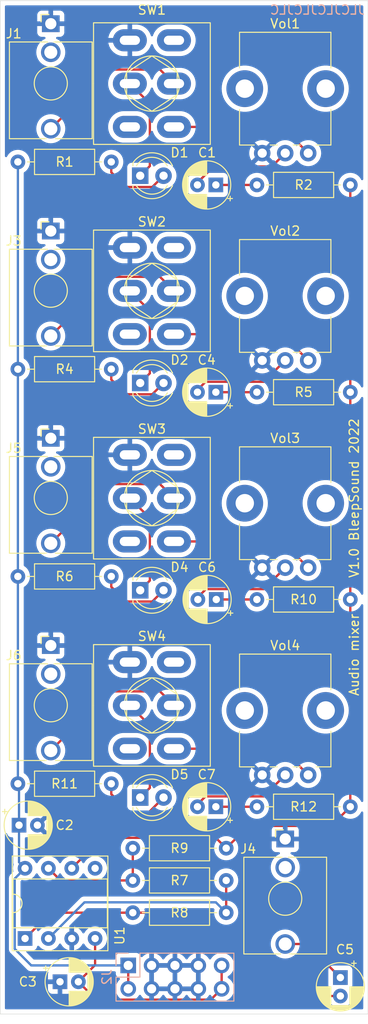
<source format=kicad_pcb>
(kicad_pcb (version 20211014) (generator pcbnew)
  (layers (0 "F.Cu" signal) (31 "B.Cu" signal) (34 "B.Paste" user) (35 "F.Paste" user) (36 "B.SilkS" user "B.Silkscreen") (37 "F.SilkS" user "F.Silkscreen") (38 "B.Mask" user) (39 "F.Mask" user) (44 "Edge.Cuts" user))
  (net 0 "")
  (net 1 "GND")
  (net 2 "+12V")
  (net 3 "-12V")
  (net 4 "Net-(C1-Pad1)")
  (net 5 "Net-(C1-Pad2)")
  (net 6 "Net-(C4-Pad2)")
  (net 7 "Net-(C4-Pad1)")
  (net 8 "Net-(C5-Pad1)")
  (net 9 "Net-(C5-Pad2)")
  (net 10 "Net-(C6-Pad1)")
  (net 11 "Net-(D5-Pad2)")
  (net 13 "Net-(C6-Pad2)")
  (net 14 "Net-(C7-Pad1)")
  (net 15 "Net-(C7-Pad2)")
  (net 16 "Net-(D1-Pad1)")
  (net 17 "Net-(D1-Pad2)")
  (net 18 "Net-(D2-Pad1)")
  (net 19 "Net-(D2-Pad2)")
  (net 20 "Net-(D4-Pad1)")
  (net 21 "Net-(D5-Pad1)")
  (net 22 "Net-(J1-PadT)")
  (net 23 "Net-(J3-PadT)")
  (net 24 "Net-(J5-PadT)")
  (net 26 "Net-(J6-PadT)")
  (net 29 "Net-(R10-Pad1)")
  (net 30 "Net-(R7-Pad1)")
  (net 31 "Net-(R7-Pad2)")
  (net 32 "Net-(D4-Pad2)")
  (net 35 "Net-(SW1-Pad6)")
  (net 39 "Net-(SW2-Pad6)")
  (net 42 "Net-(SW3-Pad6)")
  (net 45 "Net-(SW4-Pad6)")
  (net 46 "/Vgnd")
  (footprint "Synth:Pot-bourns-alpha" (layer "F.Cu") (at 63.5 92.55 90)
    (fp_text reference "Vol3" (at 14.05 -2.5 180) (layer "F.SilkS"))
    (fp_text value "10k")
    (pad "" np_thru_hole circle (at 7 1.9 90) (size 4 4) (drill 2) (layers *.Cu *.Mask))
    (pad "" np_thru_hole circle (at 7 -6.9 90) (size 4 4) (drill 2) (layers *.Cu *.Mask))
    (pad "1" thru_hole circle (at 0 0 90) (size 1.8 1.8) (drill 1) (layers *.Cu *.Mask) (net 42 "Net-(SW3-Pad6)"))
    (pad "2" thru_hole circle (at 0 -2.5 90) (size 1.8 1.8) (drill 1) (layers *.Cu *.Mask) (net 13 "Net-(C6-Pad2)"))
    (pad "3" thru_hole circle (at 0 -5 90) (size 1.8 1.8) (drill 1) (layers *.Cu *.Mask) (net 1 "GND"))
  )
  (footprint "Synth:Pot-bourns-alpha" (layer "F.Cu") (at 63.5 115.05 90)
    (fp_text reference "Vol4" (at 14.05 -2.5 180) (layer "F.SilkS"))
    (fp_text value "10k")
    (pad "" np_thru_hole circle (at 7 1.9 90) (size 4 4) (drill 2) (layers *.Cu *.Mask))
    (pad "" np_thru_hole circle (at 7 -6.9 90) (size 4 4) (drill 2) (layers *.Cu *.Mask))
    (pad "1" thru_hole circle (at 0 0 90) (size 1.8 1.8) (drill 1) (layers *.Cu *.Mask) (net 45 "Net-(SW4-Pad6)"))
    (pad "2" thru_hole circle (at 0 -2.5 90) (size 1.8 1.8) (drill 1) (layers *.Cu *.Mask) (net 15 "Net-(C7-Pad2)"))
    (pad "3" thru_hole circle (at 0 -5 90) (size 1.8 1.8) (drill 1) (layers *.Cu *.Mask) (net 1 "GND"))
  )
  (footprint "Capacitor_THT:CP_Radial_D5.0mm_P2.00mm" (layer "F.Cu") (at 32.044888 120.5)
    (fp_text reference "C2" (at 4.955112 0) (layer "F.SilkS"))
    (fp_text value "10µ")
    (pad "1" thru_hole rect locked (at 0 0) (size 1.6 1.6) (drill 0.8) (layers *.Cu *.Mask) (net 2 "+12V"))
    (pad "2" thru_hole circle locked (at 2 0) (size 1.6 1.6) (drill 0.8) (layers *.Cu *.Mask) (net 1 "GND"))
  )
  (footprint "Synth:SW_DPDT_Toggle" (layer "F.Cu") (at 46.5 107.5 90)
    (fp_text reference "SW4" (at 7.5 0 180) (layer "F.SilkS"))
    (fp_text value "Mute")
    (pad "1" thru_hole oval (at 4.7 -2.4 180) (size 3.7 2.4) (drill oval 2.2 1) (layers *.Cu *.Mask) (net 1 "GND"))
    (pad "2" thru_hole oval (at 0 -2.4 180) (size 3.7 2.4) (drill oval 2.2 1) (layers *.Cu *.Mask) (net 21 "Net-(D5-Pad1)"))
    (pad "3" thru_hole oval (at -4.7 -2.4 180) (size 3.7 2.4) (drill oval 2.2 1) (layers *.Cu *.Mask))
    (pad "4" thru_hole oval (at 4.7 2.4 180) (size 3.7 2.4) (drill oval 2.2 1) (layers *.Cu *.Mask))
    (pad "5" thru_hole oval (at 0 2.4 180) (size 3.7 2.4) (drill oval 2.2 1) (layers *.Cu *.Mask) (net 26 "Net-(J6-PadT)"))
    (pad "6" thru_hole oval (at -4.7 2.4 180) (size 3.7 2.4) (drill oval 2.2 1) (layers *.Cu *.Mask) (net 45 "Net-(SW4-Pad6)"))
  )
  (footprint "Resistor_THT:R_Axial_DIN0207_L6.3mm_D2.5mm_P10.16mm_Horizontal" (layer "F.Cu") (at 44.42 123)
    (fp_text reference "R9" (at 5.08 0) (layer "F.SilkS"))
    (fp_text value "100k")
    (pad "1" thru_hole circle locked (at 0 0) (size 1.6 1.6) (drill 0.8) (layers *.Cu *.Mask) (net 31 "Net-(R7-Pad2)"))
    (pad "2" thru_hole oval locked (at 10.16 0) (size 1.6 1.6) (drill 0.8) (layers *.Cu *.Mask) (net 29 "Net-(R10-Pad1)"))
  )
  (footprint "LED_THT:LED_D4.0mm" (layer "F.Cu") (at 45.225 72.5)
    (fp_text reference "D2" (at 4.275 -2.5) (layer "F.SilkS"))
    (fp_text value "LED-mute")
    (pad "1" thru_hole rect locked (at 0 0) (size 1.8 1.8) (drill 0.9) (layers *.Cu *.Mask) (net 18 "Net-(D2-Pad1)"))
    (pad "2" thru_hole circle locked (at 2.54 0) (size 1.8 1.8) (drill 0.9) (layers *.Cu *.Mask) (net 19 "Net-(D2-Pad2)"))
  )
  (footprint "Resistor_THT:R_Axial_DIN0207_L6.3mm_D2.5mm_P10.16mm_Horizontal" (layer "F.Cu") (at 68.08 118.5 180)
    (fp_text reference "R12" (at 5.08 0) (layer "F.SilkS"))
    (fp_text value "100k")
    (pad "1" thru_hole circle locked (at 0 0 180) (size 1.6 1.6) (drill 0.8) (layers *.Cu *.Mask) (net 29 "Net-(R10-Pad1)"))
    (pad "2" thru_hole oval locked (at 10.16 0 180) (size 1.6 1.6) (drill 0.8) (layers *.Cu *.Mask) (net 14 "Net-(C7-Pad1)"))
  )
  (footprint "Capacitor_THT:CP_Radial_D5.0mm_P2.00mm" (layer "F.Cu") (at 53.5 96 180)
    (fp_text reference "C6" (at 1 3.5) (layer "F.SilkS"))
    (fp_text value ".1µF")
    (pad "1" thru_hole rect locked (at 0 0 180) (size 1.6 1.6) (drill 0.8) (layers *.Cu *.Mask) (net 10 "Net-(C6-Pad1)"))
    (pad "2" thru_hole circle locked (at 2 0 180) (size 1.6 1.6) (drill 0.8) (layers *.Cu *.Mask) (net 13 "Net-(C6-Pad2)"))
  )
  (footprint "Resistor_THT:R_Axial_DIN0207_L6.3mm_D2.5mm_P10.16mm_Horizontal" (layer "F.Cu") (at 68.08 96 180)
    (fp_text reference "R10" (at 5.08 0) (layer "F.SilkS"))
    (fp_text value "100k")
    (pad "1" thru_hole circle locked (at 0 0 180) (size 1.6 1.6) (drill 0.8) (layers *.Cu *.Mask) (net 29 "Net-(R10-Pad1)"))
    (pad "2" thru_hole oval locked (at 10.16 0 180) (size 1.6 1.6) (drill 0.8) (layers *.Cu *.Mask) (net 10 "Net-(C6-Pad1)"))
  )
  (footprint "Synth:Pot-bourns-alpha" (layer "F.Cu") (at 63.5 70.05 90)
    (fp_text reference "Vol2" (at 14.05 -2.5 180) (layer "F.SilkS"))
    (fp_text value "10k")
    (pad "" np_thru_hole circle (at 7 1.9 90) (size 4 4) (drill 2) (layers *.Cu *.Mask))
    (pad "" np_thru_hole circle (at 7 -6.9 90) (size 4 4) (drill 2) (layers *.Cu *.Mask))
    (pad "1" thru_hole circle (at 0 0 90) (size 1.8 1.8) (drill 1) (layers *.Cu *.Mask) (net 39 "Net-(SW2-Pad6)"))
    (pad "2" thru_hole circle (at 0 -2.5 90) (size 1.8 1.8) (drill 1) (layers *.Cu *.Mask) (net 6 "Net-(C4-Pad2)"))
    (pad "3" thru_hole circle (at 0 -5 90) (size 1.8 1.8) (drill 1) (layers *.Cu *.Mask) (net 1 "GND"))
  )
  (footprint "Resistor_THT:R_Axial_DIN0207_L6.3mm_D2.5mm_P10.16mm_Horizontal" (layer "F.Cu") (at 31.92 48.5)
    (fp_text reference "R1" (at 5.08 0) (layer "F.SilkS"))
    (fp_text value "4.7k")
    (pad "1" thru_hole circle locked (at 0 0) (size 1.6 1.6) (drill 0.8) (layers *.Cu *.Mask) (net 2 "+12V"))
    (pad "2" thru_hole oval locked (at 10.16 0) (size 1.6 1.6) (drill 0.8) (layers *.Cu *.Mask) (net 17 "Net-(D1-Pad2)"))
  )
  (footprint "Resistor_THT:R_Axial_DIN0207_L6.3mm_D2.5mm_P10.16mm_Horizontal" (layer "F.Cu") (at 31.92 116)
    (fp_text reference "R11" (at 5.08 0) (layer "F.SilkS"))
    (fp_text value "4.7k")
    (pad "1" thru_hole circle locked (at 0 0) (size 1.6 1.6) (drill 0.8) (layers *.Cu *.Mask) (net 2 "+12V"))
    (pad "2" thru_hole oval locked (at 10.16 0) (size 1.6 1.6) (drill 0.8) (layers *.Cu *.Mask) (net 11 "Net-(D5-Pad2)"))
  )
  (footprint "LED_THT:LED_D4.0mm" (layer "F.Cu") (at 45.225 95)
    (fp_text reference "D4" (at 4.275 -2.5) (layer "F.SilkS"))
    (fp_text value "LED-mute")
    (pad "1" thru_hole rect locked (at 0 0) (size 1.8 1.8) (drill 0.9) (layers *.Cu *.Mask) (net 20 "Net-(D4-Pad1)"))
    (pad "2" thru_hole circle locked (at 2.54 0) (size 1.8 1.8) (drill 0.9) (layers *.Cu *.Mask) (net 32 "Net-(D4-Pad2)"))
  )
  (footprint "Resistor_THT:R_Axial_DIN0207_L6.3mm_D2.5mm_P10.16mm_Horizontal" (layer "F.Cu") (at 31.92 71)
    (fp_text reference "R4" (at 5.08 0) (layer "F.SilkS"))
    (fp_text value "4.7k")
    (pad "1" thru_hole circle locked (at 0 0) (size 1.6 1.6) (drill 0.8) (layers *.Cu *.Mask) (net 2 "+12V"))
    (pad "2" thru_hole oval locked (at 10.16 0) (size 1.6 1.6) (drill 0.8) (layers *.Cu *.Mask) (net 19 "Net-(D2-Pad2)"))
  )
  (footprint "Capacitor_THT:CP_Radial_D5.0mm_P2.00mm" (layer "F.Cu") (at 67 137.044887 -90)
    (fp_text reference "C5" (at -3.044887 -0.5 180) (layer "F.SilkS"))
    (fp_text value "10µF")
    (pad "1" thru_hole rect locked (at 0 0 270) (size 1.6 1.6) (drill 0.8) (layers *.Cu *.Mask) (net 8 "Net-(C5-Pad1)"))
    (pad "2" thru_hole circle locked (at 2 0 270) (size 1.6 1.6) (drill 0.8) (layers *.Cu *.Mask) (net 9 "Net-(C5-Pad2)"))
  )
  (footprint "Synth:Thonkiconn" (layer "F.Cu") (at 35.5 101)
    (fp_text reference "J6" (at -4.03 1.08 180) (layer "F.SilkS"))
    (fp_text value "In")
    (pad "S" thru_hole rect (at 0 0 180) (size 1.93 1.83) (drill 1.22) (layers *.Cu *.Mask) (net 1 "GND"))
    (pad "T" thru_hole circle (at 0 11.4 180) (size 2.13 2.13) (drill 1.43) (layers *.Cu *.Mask) (net 26 "Net-(J6-PadT)"))
    (pad "TN" thru_hole circle (at 0 3.1 180) (size 2.13 2.13) (drill 1.42) (layers *.Cu *.Mask))
  )
  (footprint "Resistor_THT:R_Axial_DIN0207_L6.3mm_D2.5mm_P10.16mm_Horizontal" (layer "F.Cu") (at 44.42 130)
    (fp_text reference "R8" (at 5.08 0) (layer "F.SilkS"))
    (fp_text value "10k")
    (pad "1" thru_hole circle locked (at 0 0) (size 1.6 1.6) (drill 0.8) (layers *.Cu *.Mask) (net 9 "Net-(C5-Pad2)"))
    (pad "2" thru_hole oval locked (at 10.16 0) (size 1.6 1.6) (drill 0.8) (layers *.Cu *.Mask) (net 30 "Net-(R7-Pad1)"))
  )
  (footprint "Synth:SW_DPDT_Toggle" (layer "F.Cu") (at 46.5 40 90)
    (fp_text reference "SW1" (at 8 0 180) (layer "F.SilkS"))
    (fp_text value "Mute")
    (pad "1" thru_hole oval (at 4.7 -2.4 180) (size 3.7 2.4) (drill oval 2.2 1) (layers *.Cu *.Mask) (net 1 "GND"))
    (pad "2" thru_hole oval (at 0 -2.4 180) (size 3.7 2.4) (drill oval 2.2 1) (layers *.Cu *.Mask) (net 16 "Net-(D1-Pad1)"))
    (pad "3" thru_hole oval (at -4.7 -2.4 180) (size 3.7 2.4) (drill oval 2.2 1) (layers *.Cu *.Mask))
    (pad "4" thru_hole oval (at 4.7 2.4 180) (size 3.7 2.4) (drill oval 2.2 1) (layers *.Cu *.Mask))
    (pad "5" thru_hole oval (at 0 2.4 180) (size 3.7 2.4) (drill oval 2.2 1) (layers *.Cu *.Mask) (net 22 "Net-(J1-PadT)"))
    (pad "6" thru_hole oval (at -4.7 2.4 180) (size 3.7 2.4) (drill oval 2.2 1) (layers *.Cu *.Mask) (net 35 "Net-(SW1-Pad6)"))
  )
  (footprint "Synth:Pot-bourns-alpha" (layer "F.Cu") (at 63.5 47.55 90)
    (fp_text reference "Vol1" (at 14.05 -2.5 180) (layer "F.SilkS"))
    (fp_text value "10k")
    (pad "" np_thru_hole circle (at 7 -6.9 90) (size 4 4) (drill 2) (layers *.Cu *.Mask))
    (pad "" np_thru_hole circle (at 7 1.9 90) (size 4 4) (drill 2) (layers *.Cu *.Mask))
    (pad "1" thru_hole circle (at 0 0 90) (size 1.8 1.8) (drill 1) (layers *.Cu *.Mask) (net 35 "Net-(SW1-Pad6)"))
    (pad "2" thru_hole circle (at 0 -2.5 90) (size 1.8 1.8) (drill 1) (layers *.Cu *.Mask) (net 5 "Net-(C1-Pad2)"))
    (pad "3" thru_hole circle (at 0 -5 90) (size 1.8 1.8) (drill 1) (layers *.Cu *.Mask) (net 1 "GND"))
  )
  (footprint "Resistor_THT:R_Axial_DIN0207_L6.3mm_D2.5mm_P10.16mm_Horizontal" (layer "F.Cu") (at 31.92 93.5)
    (fp_text reference "R6" (at 5.08 0) (layer "F.SilkS"))
    (fp_text value "4.7k")
    (pad "1" thru_hole circle locked (at 0 0) (size 1.6 1.6) (drill 0.8) (layers *.Cu *.Mask) (net 2 "+12V"))
    (pad "2" thru_hole oval locked (at 10.16 0) (size 1.6 1.6) (drill 0.8) (layers *.Cu *.Mask) (net 32 "Net-(D4-Pad2)"))
  )
  (footprint "LED_THT:LED_D4.0mm" (layer "F.Cu") (at 45.225 117.5)
    (fp_text reference "D5" (at 4.275 -2.5) (layer "F.SilkS"))
    (fp_text value "LED-mute")
    (pad "1" thru_hole rect locked (at 0 0) (size 1.8 1.8) (drill 0.9) (layers *.Cu *.Mask) (net 21 "Net-(D5-Pad1)"))
    (pad "2" thru_hole circle locked (at 2.54 0) (size 1.8 1.8) (drill 0.9) (layers *.Cu *.Mask) (net 11 "Net-(D5-Pad2)"))
  )
  (footprint "Resistor_THT:R_Axial_DIN0207_L6.3mm_D2.5mm_P10.16mm_Horizontal" (layer "F.Cu") (at 68.08 73.5 180)
    (fp_text reference "R5" (at 5.08 0) (layer "F.SilkS"))
    (fp_text value "100k")
    (pad "1" thru_hole circle locked (at 0 0 180) (size 1.6 1.6) (drill 0.8) (layers *.Cu *.Mask) (net 29 "Net-(R10-Pad1)"))
    (pad "2" thru_hole oval locked (at 10.16 0 180) (size 1.6 1.6) (drill 0.8) (layers *.Cu *.Mask) (net 7 "Net-(C4-Pad1)"))
  )
  (footprint "Capacitor_THT:CP_Radial_D5.0mm_P2.00mm" (layer "F.Cu") (at 53.455112 118.5 180)
    (fp_text reference "C7" (at 1 3.5) (layer "F.SilkS"))
    (fp_text value ".1µF")
    (pad "1" thru_hole rect locked (at 0 0 180) (size 1.6 1.6) (drill 0.8) (layers *.Cu *.Mask) (net 14 "Net-(C7-Pad1)"))
    (pad "2" thru_hole circle locked (at 2 0 180) (size 1.6 1.6) (drill 0.8) (layers *.Cu *.Mask) (net 15 "Net-(C7-Pad2)"))
  )
  (footprint "Resistor_THT:R_Axial_DIN0207_L6.3mm_D2.5mm_P10.16mm_Horizontal" (layer "F.Cu") (at 68.08 51 180)
    (fp_text reference "R2" (at 5.08 0) (layer "F.SilkS"))
    (fp_text value "100k")
    (pad "1" thru_hole circle locked (at 0 0 180) (size 1.6 1.6) (drill 0.8) (layers *.Cu *.Mask) (net 29 "Net-(R10-Pad1)"))
    (pad "2" thru_hole oval locked (at 10.16 0 180) (size 1.6 1.6) (drill 0.8) (layers *.Cu *.Mask) (net 4 "Net-(C1-Pad1)"))
  )
  (footprint "Synth:Thonkiconn" (layer "F.Cu") (at 35.5 56)
    (fp_text reference "J3" (at -4.03 1.08 180) (layer "F.SilkS"))
    (fp_text value "In")
    (pad "S" thru_hole rect (at 0 0 180) (size 1.93 1.83) (drill 1.22) (layers *.Cu *.Mask) (net 1 "GND"))
    (pad "T" thru_hole circle (at 0 11.4 180) (size 2.13 2.13) (drill 1.43) (layers *.Cu *.Mask) (net 23 "Net-(J3-PadT)"))
    (pad "TN" thru_hole circle (at 0 3.1 180) (size 2.13 2.13) (drill 1.42) (layers *.Cu *.Mask))
  )
  (footprint "Synth:SW_DPDT_Toggle" (layer "F.Cu") (at 46.5 85 90)
    (fp_text reference "SW3" (at 7.5 0 180) (layer "F.SilkS"))
    (fp_text value "Mute")
    (pad "1" thru_hole oval (at 4.7 -2.4 180) (size 3.7 2.4) (drill oval 2.2 1) (layers *.Cu *.Mask) (net 1 "GND"))
    (pad "2" thru_hole oval (at 0 -2.4 180) (size 3.7 2.4) (drill oval 2.2 1) (layers *.Cu *.Mask) (net 20 "Net-(D4-Pad1)"))
    (pad "3" thru_hole oval (at -4.7 -2.4 180) (size 3.7 2.4) (drill oval 2.2 1) (layers *.Cu *.Mask))
    (pad "4" thru_hole oval (at 4.7 2.4 180) (size 3.7 2.4) (drill oval 2.2 1) (layers *.Cu *.Mask))
    (pad "5" thru_hole oval (at 0 2.4 180) (size 3.7 2.4) (drill oval 2.2 1) (layers *.Cu *.Mask) (net 24 "Net-(J5-PadT)"))
    (pad "6" thru_hole oval (at -4.7 2.4 180) (size 3.7 2.4) (drill oval 2.2 1) (layers *.Cu *.Mask) (net 42 "Net-(SW3-Pad6)"))
  )
  (footprint "Synth:SW_DPDT_Toggle" (layer "F.Cu") (at 46.5 62.5 90)
    (fp_text reference "SW2" (at 7.5 0 180) (layer "F.SilkS"))
    (fp_text value "Mute")
    (pad "1" thru_hole oval (at 4.7 -2.4 180) (size 3.7 2.4) (drill oval 2.2 1) (layers *.Cu *.Mask) (net 1 "GND"))
    (pad "2" thru_hole oval (at 0 -2.4 180) (size 3.7 2.4) (drill oval 2.2 1) (layers *.Cu *.Mask) (net 18 "Net-(D2-Pad1)"))
    (pad "3" thru_hole oval (at -4.7 -2.4 180) (size 3.7 2.4) (drill oval 2.2 1) (layers *.Cu *.Mask))
    (pad "4" thru_hole oval (at 4.7 2.4 180) (size 3.7 2.4) (drill oval 2.2 1) (layers *.Cu *.Mask))
    (pad "5" thru_hole oval (at 0 2.4 180) (size 3.7 2.4) (drill oval 2.2 1) (layers *.Cu *.Mask) (net 23 "Net-(J3-PadT)"))
    (pad "6" thru_hole oval (at -4.7 2.4 180) (size 3.7 2.4) (drill oval 2.2 1) (layers *.Cu *.Mask) (net 39 "Net-(SW2-Pad6)"))
  )
  (footprint "Synth:Thonkiconn" (layer "F.Cu") (at 35.5 33.5)
    (fp_text reference "J1" (at -4.03 1.08 180) (layer "F.SilkS"))
    (fp_text value "In")
    (pad "S" thru_hole rect (at 0 0 180) (size 1.93 1.83) (drill 1.22) (layers *.Cu *.Mask) (net 1 "GND"))
    (pad "T" thru_hole circle (at 0 11.4 180) (size 2.13 2.13) (drill 1.43) (layers *.Cu *.Mask) (net 22 "Net-(J1-PadT)"))
    (pad "TN" thru_hole circle (at 0 3.1 180) (size 2.13 2.13) (drill 1.42) (layers *.Cu *.Mask))
  )
  (footprint "Resistor_THT:R_Axial_DIN0207_L6.3mm_D2.5mm_P10.16mm_Horizontal" (layer "F.Cu") (at 54.58 126.5 180)
    (fp_text reference "R7" (at 5.08 0) (layer "F.SilkS"))
    (fp_text value "10k")
    (pad "1" thru_hole circle locked (at 0 0 180) (size 1.6 1.6) (drill 0.8) (layers *.Cu *.Mask) (net 30 "Net-(R7-Pad1)"))
    (pad "2" thru_hole oval locked (at 10.16 0 180) (size 1.6 1.6) (drill 0.8) (layers *.Cu *.Mask) (net 31 "Net-(R7-Pad2)"))
  )
  (footprint "LED_THT:LED_D4.0mm" (layer "F.Cu") (at 45.225 50)
    (fp_text reference "D1" (at 4.275 -2.5) (layer "F.SilkS"))
    (fp_text value "LED-mute")
    (pad "1" thru_hole rect locked (at 0 0) (size 1.8 1.8) (drill 0.9) (layers *.Cu *.Mask) (net 16 "Net-(D1-Pad1)"))
    (pad "2" thru_hole circle locked (at 2.54 0) (size 1.8 1.8) (drill 0.9) (layers *.Cu *.Mask) (net 17 "Net-(D1-Pad2)"))
  )
  (footprint "Capacitor_THT:CP_Radial_D5.0mm_P2.00mm" (layer "F.Cu") (at 53.455113 51 180)
    (fp_text reference "C1" (at 0.955112 3.5) (layer "F.SilkS"))
    (fp_text value ".1µF")
    (pad "1" thru_hole rect locked (at 0 0 180) (size 1.6 1.6) (drill 0.8) (layers *.Cu *.Mask) (net 4 "Net-(C1-Pad1)"))
    (pad "2" thru_hole circle locked (at 2 0 180) (size 1.6 1.6) (drill 0.8) (layers *.Cu *.Mask) (net 5 "Net-(C1-Pad2)"))
  )
  (footprint "Capacitor_THT:CP_Radial_D5.0mm_P2.00mm" (layer "F.Cu") (at 53.455112 73.5 180)
    (fp_text reference "C4" (at 1 3.5) (layer "F.SilkS"))
    (fp_text value ".1µF")
    (pad "1" thru_hole rect locked (at 0 0 180) (size 1.6 1.6) (drill 0.8) (layers *.Cu *.Mask) (net 7 "Net-(C4-Pad1)"))
    (pad "2" thru_hole circle locked (at 2 0 180) (size 1.6 1.6) (drill 0.8) (layers *.Cu *.Mask) (net 6 "Net-(C4-Pad2)"))
  )
  (footprint "Capacitor_THT:CP_Radial_D5.0mm_P2.00mm" (layer "F.Cu") (at 36.5 137.5)
    (fp_text reference "C3" (at -3.5 0) (layer "F.SilkS"))
    (fp_text value "10µ")
    (pad "1" thru_hole rect locked (at 0 0) (size 1.6 1.6) (drill 0.8) (layers *.Cu *.Mask) (net 1 "GND"))
    (pad "2" thru_hole circle locked (at 2 0) (size 1.6 1.6) (drill 0.8) (layers *.Cu *.Mask) (net 3 "-12V"))
  )
  (footprint "Synth:Thonkiconn" (layer "F.Cu") (at 35.5 78.5)
    (fp_text reference "J5" (at -4.03 1.08 180) (layer "F.SilkS"))
    (fp_text value "In")
    (pad "S" thru_hole rect (at 0 0 180) (size 1.93 1.83) (drill 1.22) (layers *.Cu *.Mask) (net 1 "GND"))
    (pad "T" thru_hole circle (at 0 11.4 180) (size 2.13 2.13) (drill 1.43) (layers *.Cu *.Mask) (net 24 "Net-(J5-PadT)"))
    (pad "TN" thru_hole circle (at 0 3.1 180) (size 2.13 2.13) (drill 1.42) (layers *.Cu *.Mask))
  )
  (footprint "Package_DIP:DIP-8_W7.62mm_Socket" (layer "F.Cu") (at 32.7 132.8 90)
    (fp_text reference "U1" (at 0.3 10.3 90) (layer "F.SilkS"))
    (fp_text value "TL072")
    (pad "1" thru_hole rect locked (at 0 0 90) (size 1.6 1.6) (drill 0.8) (layers *.Cu *.Mask) (net 9 "Net-(C5-Pad2)"))
    (pad "2" thru_hole oval locked (at 0 2.54 90) (size 1.6 1.6) (drill 0.8) (layers *.Cu *.Mask) (net 30 "Net-(R7-Pad1)"))
    (pad "3" thru_hole oval locked (at 0 5.08 90) (size 1.6 1.6) (drill 0.8) (layers *.Cu *.Mask) (net 1 "GND"))
    (pad "4" thru_hole oval locked (at 0 7.62 90) (size 1.6 1.6) (drill 0.8) (layers *.Cu *.Mask) (net 3 "-12V"))
    (pad "5" thru_hole oval locked (at 7.62 7.62 90) (size 1.6 1.6) (drill 0.8) (layers *.Cu *.Mask) (net 46 "/Vgnd"))
    (pad "6" thru_hole oval locked (at 7.62 5.08 90) (size 1.6 1.6) (drill 0.8) (layers *.Cu *.Mask) (net 29 "Net-(R10-Pad1)"))
    (pad "7" thru_hole oval locked (at 7.62 2.54 90) (size 1.6 1.6) (drill 0.8) (layers *.Cu *.Mask) (net 31 "Net-(R7-Pad2)"))
    (pad "8" thru_hole oval locked (at 7.62 0 90) (size 1.6 1.6) (drill 0.8) (layers *.Cu *.Mask) (net 2 "+12V"))
  )
  (footprint "Synth:Thonkiconn" (layer "F.Cu") (at 61 122)
    (fp_text reference "J4" (at -4.03 1.08 180) (layer "F.SilkS"))
    (fp_text value "Out")
    (pad "S" thru_hole rect (at 0 0 180) (size 1.93 1.83) (drill 1.22) (layers *.Cu *.Mask) (net 1 "GND"))
    (pad "T" thru_hole circle (at 0 11.4 180) (size 2.13 2.13) (drill 1.43) (layers *.Cu *.Mask) (net 8 "Net-(C5-Pad1)"))
    (pad "TN" thru_hole circle (at 0 3.1 180) (size 2.13 2.13) (drill 1.42) (layers *.Cu *.Mask))
  )
  (footprint "Connector_PinHeader_2.54mm:PinHeader_2x05_P2.54mm_Vertical" (layer "B.Cu") (at 43.925 135.725 -90)
    (fp_text reference "J2" (at 1.27 2.33 90) (layer "B.SilkS") (effects (justify mirror)))
    (fp_text value "Power Input")
    (pad "1" thru_hole rect locked (at 0 0 270) (size 1.7 1.7) (drill 1) (layers *.Cu *.Mask) (net 2 "+12V"))
    (pad "2" thru_hole oval locked (at 2.54 0 270) (size 1.7 1.7) (drill 1) (layers *.Cu *.Mask) (net 2 "+12V"))
    (pad "3" thru_hole oval locked (at 0 -2.54 270) (size 1.7 1.7) (drill 1) (layers *.Cu *.Mask) (net 1 "GND"))
    (pad "4" thru_hole oval locked (at 2.54 -2.54 270) (size 1.7 1.7) (drill 1) (layers *.Cu *.Mask) (net 1 "GND"))
    (pad "5" thru_hole oval locked (at 0 -5.08 270) (size 1.7 1.7) (drill 1) (layers *.Cu *.Mask) (net 1 "GND"))
    (pad "6" thru_hole oval locked (at 2.54 -5.08 270) (size 1.7 1.7) (drill 1) (layers *.Cu *.Mask) (net 1 "GND"))
    (pad "7" thru_hole oval locked (at 0 -7.62 270) (size 1.7 1.7) (drill 1) (layers *.Cu *.Mask) (net 1 "GND"))
    (pad "8" thru_hole oval locked (at 2.54 -7.62 270) (size 1.7 1.7) (drill 1) (layers *.Cu *.Mask) (net 1 "GND"))
    (pad "9" thru_hole oval locked (at 0 -10.16 270) (size 1.7 1.7) (drill 1) (layers *.Cu *.Mask) (net 3 "-12V"))
    (pad "10" thru_hole oval locked (at 2.54 -10.16 270) (size 1.7 1.7) (drill 1) (layers *.Cu *.Mask) (net 3 "-12V"))
  )
  (gr_line (start 69.999999 31) (end 70 141) (layer "Edge.Cuts") (width 0.05))
  (gr_line (start 30 31) (end 30 141) (layer "Edge.Cuts") (width 0.05))
  (gr_line (start 30 31) (end 69.999999 31) (layer "Edge.Cuts") (width 0.05))
  (gr_line (start 30 141) (end 70 141) (layer "Edge.Cuts") (width 0.05))
  (gr_text "JLCJLCJLCJLC\n" (at 64.5 32) (layer "B.SilkS") (effects (font (size 1 1)) (justify mirror)))
  (gr_text "Audio mixer\n" (at 68.5 102 90) (layer "F.SilkS") (effects (font (size 1 1))))
  (gr_text "V1.0 BleepSound 2022\n" (at 68.5 85 90) (layer "F.SilkS") (effects (font (size 1 1))))
  (segment (start 43.925 135.725) (end 43.925 138.265) (width 0.25) (layer "F.Cu") (net 2))
  (segment (start 31.575489 126.304511) (end 32.7 125.18) (width 0.25) (layer "B.Cu") (net 2))
  (segment (start 32.044888 120.5) (end 32.044888 116.124888) (width 0.25) (layer "B.Cu") (net 2))
  (segment (start 32.044888 116.124888) (end 31.92 116) (width 0.25) (layer "B.Cu") (net 2))
  (segment (start 33.375978 135.725) (end 31.575489 133.924511) (width 0.25) (layer "B.Cu") (net 2))
  (segment (start 32.044888 124.524888) (end 32.7 125.18) (width 0.25) (layer "B.Cu") (net 2))
  (segment (start 31.575489 133.924511) (end 31.575489 126.304511) (width 0.25) (layer "B.Cu") (net 2))
  (segment (start 32.044888 120.5) (end 32.044888 124.524888) (width 0.25) (layer "B.Cu") (net 2))
  (segment (start 43.925 135.725) (end 33.375978 135.725) (width 0.25) (layer "B.Cu") (net 2))
  (segment (start 31.92 71) (end 31.92 48.5) (width 0.25) (layer "B.Cu") (net 2))
  (segment (start 31.92 116) (end 31.92 93.5) (width 0.25) (layer "B.Cu") (net 2))
  (segment (start 31.92 93.5) (end 31.92 71) (width 0.25) (layer "B.Cu") (net 2))
  (segment (start 40.32 135.68) (end 38.5 137.5) (width 0.25) (layer "F.Cu") (net 3))
  (segment (start 54.085 138.265) (end 52.910489 139.439511) (width 0.25) (layer "F.Cu") (net 3))
  (segment (start 40.439511 139.439511) (end 38.5 137.5) (width 0.25) (layer "F.Cu") (net 3))
  (segment (start 40.32 132.8) (end 40.32 135.68) (width 0.25) (layer "F.Cu") (net 3))
  (segment (start 52.910489 139.439511) (end 40.439511 139.439511) (width 0.25) (layer "F.Cu") (net 3))
  (segment (start 54.085 138.265) (end 54.085 135.725) (width 0.25) (layer "F.Cu") (net 3))
  (segment (start 57.92 51) (end 53.455113 51) (width 0.25) (layer "F.Cu") (net 4))
  (segment (start 53.206091 49) (end 59.55 49) (width 0.25) (layer "F.Cu") (net 5))
  (segment (start 51.455113 51) (end 51.455113 50.750978) (width 0.25) (layer "F.Cu") (net 5))
  (segment (start 51.455113 50.750978) (end 53.206091 49) (width 0.25) (layer "F.Cu") (net 5))
  (segment (start 59.55 49) (end 61 47.55) (width 0.25) (layer "F.Cu") (net 5))
  (segment (start 58.68137 72.36863) (end 52.33746 72.36863) (width 0.25) (layer "F.Cu") (net 6))
  (segment (start 61 70.05) (end 58.68137 72.36863) (width 0.25) (layer "F.Cu") (net 6))
  (segment (start 52.33746 72.36863) (end 51.455112 73.250978) (width 0.25) (layer "F.Cu") (net 6))
  (segment (start 51.455112 73.250978) (end 51.455112 73.5) (width 0.25) (layer "F.Cu") (net 6))
  (segment (start 53.455112 73.5) (end 57.92 73.5) (width 0.25) (layer "F.Cu") (net 7))
  (segment (start 63.355113 133.4) (end 67 137.044887) (width 0.25) (layer "F.Cu") (net 8))
  (segment (start 61 133.4) (end 63.355113 133.4) (width 0.25) (layer "F.Cu") (net 8))
  (segment (start 59.544887 139.044887) (end 67 139.044887) (width 0.25) (layer "F.Cu") (net 9))
  (segment (start 32.7 132.8) (end 35.5 130) (width 0.25) (layer "F.Cu") (net 9))
  (segment (start 44.42 130) (end 50.5 130) (width 0.25) (layer "F.Cu") (net 9))
  (segment (start 35.5 130) (end 44.42 130) (width 0.25) (layer "F.Cu") (net 9))
  (segment (start 50.5 130) (end 59.544887 139.044887) (width 0.25) (layer "F.Cu") (net 9))
  (segment (start 53.5 96) (end 57.92 96) (width 0.25) (layer "F.Cu") (net 10))
  (segment (start 42.08 116) (end 42.08 117.13137) (width 0.25) (layer "F.Cu") (net 11))
  (segment (start 42.08 117.13137) (end 44.266224 119.317594) (width 0.25) (layer "F.Cu") (net 11))
  (segment (start 44.266224 119.317594) (end 45.947406 119.317594) (width 0.25) (layer "F.Cu") (net 11))
  (segment (start 45.947406 119.317594) (end 47.765 117.5) (width 0.25) (layer "F.Cu") (net 11))
  (segment (start 51.5 95.750978) (end 51.5 96) (width 0.25) (layer "F.Cu") (net 13))
  (segment (start 58.674511 94.875489) (end 52.375489 94.875489) (width 0.25) (layer "F.Cu") (net 13))
  (segment (start 52.375489 94.875489) (end 51.5 95.750978) (width 0.25) (layer "F.Cu") (net 13))
  (segment (start 61 92.55) (end 58.674511 94.875489) (width 0.25) (layer "F.Cu") (net 13))
  (segment (start 53.455112 118.5) (end 57.92 118.5) (width 0.25) (layer "F.Cu") (net 14))
  (segment (start 58.674511 117.375489) (end 52.330601 117.375489) (width 0.25) (layer "F.Cu") (net 15))
  (segment (start 51.455112 118.250978) (end 51.455112 118.5) (width 0.25) (layer "F.Cu") (net 15))
  (segment (start 61 115.05) (end 58.674511 117.375489) (width 0.25) (layer "F.Cu") (net 15))
  (segment (start 52.330601 117.375489) (end 51.455112 118.250978) (width 0.25) (layer "F.Cu") (net 15))
  (segment (start 46.27452 42.17452) (end 44.1 40) (width 0.25) (layer "F.Cu") (net 16))
  (segment (start 45.225 50) (end 46.27452 48.95048) (width 0.25) (layer "F.Cu") (net 16))
  (segment (start 46.27452 48.95048) (end 46.27452 42.17452) (width 0.25) (layer "F.Cu") (net 16))
  (segment (start 42.08 48.5) (end 42.08 49.63137) (width 0.25) (layer "F.Cu") (net 17))
  (segment (start 43.673141 51.224511) (end 46.540489 51.224511) (width 0.25) (layer "F.Cu") (net 17))
  (segment (start 42.08 49.63137) (end 43.673141 51.224511) (width 0.25) (layer "F.Cu") (net 17))
  (segment (start 46.540489 51.224511) (end 47.765 50) (width 0.25) (layer "F.Cu") (net 17))
  (segment (start 46.27452 71.45048) (end 46.27452 64.67452) (width 0.25) (layer "F.Cu") (net 18))
  (segment (start 45.225 72.5) (end 46.27452 71.45048) (width 0.25) (layer "F.Cu") (net 18))
  (segment (start 46.27452 64.67452) (end 44.1 62.5) (width 0.25) (layer "F.Cu") (net 18))
  (segment (start 46.540489 73.724511) (end 43.673141 73.724511) (width 0.25) (layer "F.Cu") (net 19))
  (segment (start 47.765 72.5) (end 46.540489 73.724511) (width 0.25) (layer "F.Cu") (net 19))
  (segment (start 43.673141 73.724511) (end 42.08 72.13137) (width 0.25) (layer "F.Cu") (net 19))
  (segment (start 42.08 72.13137) (end 42.08 71) (width 0.25) (layer "F.Cu") (net 19))
  (segment (start 44.1 85) (end 46.27452 87.17452) (width 0.25) (layer "F.Cu") (net 20))
  (segment (start 46.27452 93.95048) (end 45.225 95) (width 0.25) (layer "F.Cu") (net 20))
  (segment (start 46.27452 87.17452) (end 46.27452 93.95048) (width 0.25) (layer "F.Cu") (net 20))
  (segment (start 46.27452 116.45048) (end 45.225 117.5) (width 0.25) (layer "F.Cu") (net 21))
  (segment (start 44.1 107.5) (end 46.27452 109.67452) (width 0.25) (layer "F.Cu") (net 21))
  (segment (start 46.27452 109.67452) (end 46.27452 116.45048) (width 0.25) (layer "F.Cu") (net 21))
  (segment (start 48.9 40) (end 47.37548 38.47548) (width 0.25) (layer "F.Cu") (net 22))
  (segment (start 47.37548 38.47548) (end 41.92452 38.47548) (width 0.25) (layer "F.Cu") (net 22))
  (segment (start 41.92452 38.47548) (end 35.5 44.9) (width 0.25) (layer "F.Cu") (net 22))
  (segment (start 48.9 62.5) (end 47.37548 60.97548) (width 0.25) (layer "F.Cu") (net 23))
  (segment (start 47.37548 60.97548) (end 41.92452 60.97548) (width 0.25) (layer "F.Cu") (net 23))
  (segment (start 41.92452 60.97548) (end 35.5 67.4) (width 0.25) (layer "F.Cu") (net 23))
  (segment (start 48.9 85) (end 47.37548 83.47548) (width 0.25) (layer "F.Cu") (net 24))
  (segment (start 47.37548 83.47548) (end 41.92452 83.47548) (width 0.25) (layer "F.Cu") (net 24))
  (segment (start 41.92452 83.47548) (end 35.5 89.9) (width 0.25) (layer "F.Cu") (net 24))
  (segment (start 47.37548 105.97548) (end 41.92452 105.97548) (width 0.25) (layer "F.Cu") (net 26))
  (segment (start 48.9 107.5) (end 47.37548 105.97548) (width 0.25) (layer "F.Cu") (net 26))
  (segment (start 41.92452 105.97548) (end 35.5 112.4) (width 0.25) (layer "F.Cu") (net 26))
  (segment (start 57 120.58) (end 66 120.58) (width 0.25) (layer "F.Cu") (net 29))
  (segment (start 68.08 73.5) (end 68.08 96) (width 0.25) (layer "F.Cu") (net 29))
  (segment (start 68.08 51) (end 68.08 73.5) (width 0.25) (layer "F.Cu") (net 29))
  (segment (start 53.455489 121.875489) (end 41.084511 121.875489) (width 0.25) (layer "F.Cu") (net 29))
  (segment (start 68.08 96) (end 68.08 118.5) (width 0.25) (layer "F.Cu") (net 29))
  (segment (start 54.58 123) (end 53.455489 121.875489) (width 0.25) (layer "F.Cu") (net 29))
  (segment (start 54.58 123) (end 57 120.58) (width 0.25) (layer "F.Cu") (net 29))
  (segment (start 66 120.58) (end 68.08 118.5) (width 0.25) (layer "F.Cu") (net 29))
  (segment (start 41.084511 121.875489) (end 37.78 125.18) (width 0.25) (layer "F.Cu") (net 29))
  (segment (start 54.58 126.5) (end 54.58 130) (width 0.25) (layer "F.Cu") (net 30))
  (segment (start 39.164511 128.875489) (end 35.24 132.8) (width 0.25) (layer "B.Cu") (net 30))
  (segment (start 54.58 130) (end 53.455489 128.875489) (width 0.25) (layer "B.Cu") (net 30))
  (segment (start 53.455489 128.875489) (end 39.164511 128.875489) (width 0.25) (layer "B.Cu") (net 30))
  (segment (start 35.24 125.18) (end 36.56 126.5) (width 0.25) (layer "F.Cu") (net 31))
  (segment (start 36.56 126.5) (end 44.42 126.5) (width 0.25) (layer "F.Cu") (net 31))
  (segment (start 44.42 123) (end 44.42 126.5) (width 0.25) (layer "F.Cu") (net 31))
  (segment (start 42.08 94.63137) (end 43.673141 96.224511) (width 0.25) (layer "F.Cu") (net 32))
  (segment (start 43.673141 96.224511) (end 46.540489 96.224511) (width 0.25) (layer "F.Cu") (net 32))
  (segment (start 46.540489 96.224511) (end 47.765 95) (width 0.25) (layer "F.Cu") (net 32))
  (segment (start 42.08 93.5) (end 42.08 94.63137) (width 0.25) (layer "F.Cu") (net 32))
  (segment (start 63.5 47.55) (end 60.65 44.7) (width 0.25) (layer "F.Cu") (net 35))
  (segment (start 60.65 44.7) (end 48.9 44.7) (width 0.25) (layer "F.Cu") (net 35))
  (segment (start 48.9 67.2) (end 60.65 67.2) (width 0.25) (layer "F.Cu") (net 39))
  (segment (start 60.65 67.2) (end 63.5 70.05) (width 0.25) (layer "F.Cu") (net 39))
  (segment (start 60.65 89.7) (end 48.9 89.7) (width 0.25) (layer "F.Cu") (net 42))
  (segment (start 63.5 92.55) (end 60.65 89.7) (width 0.25) (layer "F.Cu") (net 42))
  (segment (start 63.5 115.05) (end 60.65 112.2) (width 0.25) (layer "F.Cu") (net 45))
  (segment (start 60.65 112.2) (end 48.9 112.2) (width 0.25) (layer "F.Cu") (net 45))
  (zone (net 1) (net_name "GND") (layer "B.Cu") (connect_pads (clearance 0.508)) (min_thickness 0.254) (fill yes (thermal_gap 0.508) (thermal_bridge_width 0.508))
    (polygon (pts (xy 70 141) (xy 30 141) (xy 30 31) (xy 70 31)))
  )
)
</source>
